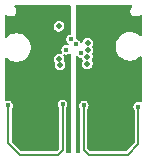
<source format=gbr>
%TF.GenerationSoftware,KiCad,Pcbnew,(6.0.2)*%
%TF.CreationDate,2022-10-21T03:28:24+03:00*%
%TF.ProjectId,Shield1,53686965-6c64-4312-9e6b-696361645f70,rev?*%
%TF.SameCoordinates,Original*%
%TF.FileFunction,Copper,L3,Inr*%
%TF.FilePolarity,Positive*%
%FSLAX46Y46*%
G04 Gerber Fmt 4.6, Leading zero omitted, Abs format (unit mm)*
G04 Created by KiCad (PCBNEW (6.0.2)) date 2022-10-21 03:28:24*
%MOMM*%
%LPD*%
G01*
G04 APERTURE LIST*
%TA.AperFunction,ViaPad*%
%ADD10C,0.400000*%
%TD*%
%TA.AperFunction,ViaPad*%
%ADD11C,0.500000*%
%TD*%
%TA.AperFunction,Conductor*%
%ADD12C,0.200000*%
%TD*%
G04 APERTURE END LIST*
D10*
%TO.N,GND1*%
X97250000Y-24200000D03*
X97250000Y-23600000D03*
X97250000Y-23600000D03*
X97250000Y-23000000D03*
%TO.N,GND2*%
X102750000Y-23550000D03*
X102750000Y-22950000D03*
X102750000Y-24150000D03*
D11*
%TO.N,VBUS1*%
X98800000Y-22000000D03*
X98800000Y-24800000D03*
X98882155Y-25282155D03*
%TO.N,VBUS2*%
X101200000Y-25200000D03*
X101200000Y-24600000D03*
X101225499Y-24000000D03*
X101225499Y-23400000D03*
D10*
%TO.N,D-*%
X99800000Y-23100000D03*
%TO.N,D+*%
X100200000Y-23500000D03*
%TO.N,RX*%
X105500000Y-28800000D03*
X100700000Y-24300000D03*
X100900000Y-28700000D03*
%TO.N,TX*%
X94500000Y-28700000D03*
X99400000Y-24000000D03*
X99100000Y-28600000D03*
%TD*%
D12*
%TO.N,RX*%
X100900000Y-32500000D02*
X101300000Y-32900000D01*
X101300000Y-32900000D02*
X104600000Y-32900000D01*
X100900000Y-28700000D02*
X100900000Y-32500000D01*
X104600000Y-32900000D02*
X105500000Y-32000000D01*
X105500000Y-32000000D02*
X105500000Y-28800000D01*
%TO.N,TX*%
X94500000Y-31900000D02*
X95500000Y-32900000D01*
X98700000Y-32900000D02*
X99100000Y-32500000D01*
X95500000Y-32900000D02*
X98700000Y-32900000D01*
X99100000Y-32500000D02*
X99100000Y-28600000D01*
X94500000Y-28700000D02*
X94500000Y-31900000D01*
%TD*%
%TA.AperFunction,Conductor*%
%TO.N,GND1*%
G36*
X99759187Y-20218907D02*
G01*
X99795151Y-20268407D01*
X99799996Y-20299001D01*
X99799961Y-22609961D01*
X99781053Y-22668152D01*
X99731552Y-22704115D01*
X99716448Y-22707741D01*
X99682391Y-22713135D01*
X99682390Y-22713135D01*
X99674696Y-22714354D01*
X99667757Y-22717890D01*
X99667756Y-22717890D01*
X99568597Y-22768414D01*
X99568595Y-22768415D01*
X99561658Y-22771950D01*
X99471950Y-22861658D01*
X99468415Y-22868595D01*
X99468414Y-22868597D01*
X99417890Y-22967756D01*
X99414354Y-22974696D01*
X99394508Y-23100000D01*
X99395727Y-23107697D01*
X99405904Y-23171950D01*
X99414354Y-23225304D01*
X99417890Y-23232243D01*
X99417890Y-23232244D01*
X99442711Y-23280957D01*
X99471950Y-23338342D01*
X99561658Y-23428050D01*
X99568597Y-23431586D01*
X99568742Y-23431691D01*
X99604706Y-23481191D01*
X99604707Y-23542376D01*
X99568743Y-23591876D01*
X99510553Y-23610784D01*
X99495069Y-23609565D01*
X99400000Y-23594508D01*
X99392303Y-23595727D01*
X99282391Y-23613135D01*
X99282390Y-23613135D01*
X99274696Y-23614354D01*
X99267757Y-23617890D01*
X99267756Y-23617890D01*
X99168597Y-23668414D01*
X99168595Y-23668415D01*
X99161658Y-23671950D01*
X99071950Y-23761658D01*
X99014354Y-23874696D01*
X99013135Y-23882390D01*
X99013135Y-23882391D01*
X99005519Y-23930478D01*
X98994508Y-24000000D01*
X99014354Y-24125304D01*
X99017890Y-24132243D01*
X99017890Y-24132244D01*
X99070795Y-24236075D01*
X99080366Y-24296507D01*
X99052589Y-24351023D01*
X98998072Y-24378801D01*
X98954219Y-24375869D01*
X98867273Y-24349866D01*
X98790644Y-24349398D01*
X98745282Y-24349121D01*
X98738231Y-24349078D01*
X98731454Y-24351015D01*
X98731453Y-24351015D01*
X98620935Y-24382601D01*
X98620933Y-24382602D01*
X98614155Y-24384539D01*
X98505019Y-24453399D01*
X98419596Y-24550122D01*
X98364754Y-24666932D01*
X98344901Y-24794440D01*
X98345816Y-24801437D01*
X98345816Y-24801438D01*
X98346717Y-24808327D01*
X98361633Y-24922394D01*
X98364471Y-24928845D01*
X98364472Y-24928847D01*
X98409685Y-25031601D01*
X98413605Y-25040510D01*
X98427513Y-25057056D01*
X98428512Y-25058244D01*
X98451482Y-25114954D01*
X98447831Y-25147122D01*
X98446909Y-25149087D01*
X98427056Y-25276595D01*
X98427971Y-25283592D01*
X98427971Y-25283593D01*
X98429237Y-25293275D01*
X98443788Y-25404549D01*
X98446626Y-25411000D01*
X98446627Y-25411002D01*
X98453613Y-25426879D01*
X98495760Y-25522665D01*
X98537277Y-25572056D01*
X98574255Y-25616047D01*
X98574258Y-25616049D01*
X98578794Y-25621446D01*
X98686215Y-25692951D01*
X98692943Y-25695053D01*
X98692945Y-25695054D01*
X98747801Y-25712192D01*
X98809388Y-25731433D01*
X98873899Y-25732615D01*
X98931357Y-25733669D01*
X98931359Y-25733669D01*
X98938410Y-25733798D01*
X98945213Y-25731943D01*
X98945215Y-25731943D01*
X98986983Y-25720555D01*
X99062910Y-25699855D01*
X99172879Y-25632334D01*
X99259477Y-25536662D01*
X99315743Y-25420530D01*
X99337152Y-25293275D01*
X99337288Y-25282155D01*
X99318994Y-25154414D01*
X99265583Y-25036943D01*
X99254668Y-25024275D01*
X99231007Y-24967853D01*
X99234339Y-24938501D01*
X99233588Y-24938375D01*
X99254363Y-24814891D01*
X99254363Y-24814886D01*
X99254997Y-24811120D01*
X99255133Y-24800000D01*
X99236839Y-24672259D01*
X99183428Y-24554788D01*
X99175059Y-24545075D01*
X99151400Y-24488649D01*
X99165425Y-24429093D01*
X99211778Y-24389155D01*
X99271798Y-24384169D01*
X99274696Y-24385646D01*
X99282395Y-24386865D01*
X99282397Y-24386866D01*
X99392303Y-24404273D01*
X99400000Y-24405492D01*
X99407697Y-24404273D01*
X99517609Y-24386865D01*
X99517610Y-24386865D01*
X99525304Y-24385646D01*
X99544493Y-24375869D01*
X99581823Y-24356848D01*
X99638342Y-24328050D01*
X99643191Y-24323201D01*
X99700935Y-24304440D01*
X99759125Y-24323349D01*
X99795088Y-24372849D01*
X99799933Y-24403442D01*
X99799926Y-24829988D01*
X99799807Y-32565896D01*
X99799806Y-32602487D01*
X99780898Y-32660677D01*
X99731397Y-32696640D01*
X99700791Y-32701485D01*
X99489271Y-32701453D01*
X99431083Y-32682537D01*
X99395127Y-32633031D01*
X99395136Y-32571846D01*
X99397287Y-32565896D01*
X99397294Y-32565867D01*
X99399883Y-32559378D01*
X99400500Y-32553085D01*
X99400500Y-32546916D01*
X99403175Y-32524057D01*
X99403230Y-32523827D01*
X99403230Y-32523825D01*
X99405340Y-32514934D01*
X99401404Y-32486012D01*
X99400500Y-32472663D01*
X99400500Y-28906356D01*
X99419406Y-28848167D01*
X99422543Y-28843849D01*
X99428050Y-28838342D01*
X99485646Y-28725304D01*
X99505492Y-28600000D01*
X99485646Y-28474696D01*
X99428050Y-28361658D01*
X99338342Y-28271950D01*
X99331405Y-28268415D01*
X99331403Y-28268414D01*
X99232244Y-28217890D01*
X99232243Y-28217890D01*
X99225304Y-28214354D01*
X99217610Y-28213135D01*
X99217609Y-28213135D01*
X99107697Y-28195727D01*
X99100000Y-28194508D01*
X99092303Y-28195727D01*
X98982391Y-28213135D01*
X98982390Y-28213135D01*
X98974696Y-28214354D01*
X98967757Y-28217890D01*
X98967756Y-28217890D01*
X98868597Y-28268414D01*
X98868595Y-28268415D01*
X98861658Y-28271950D01*
X98771950Y-28361658D01*
X98714354Y-28474696D01*
X98694508Y-28600000D01*
X98714354Y-28725304D01*
X98771950Y-28838342D01*
X98777457Y-28843849D01*
X98780594Y-28848167D01*
X98799500Y-28906356D01*
X98799500Y-32334521D01*
X98780593Y-32392712D01*
X98770504Y-32404525D01*
X98604525Y-32570504D01*
X98550008Y-32598281D01*
X98534521Y-32599500D01*
X95665480Y-32599500D01*
X95607289Y-32580593D01*
X95595476Y-32570504D01*
X94829496Y-31804525D01*
X94801719Y-31750008D01*
X94800500Y-31734521D01*
X94800500Y-29006356D01*
X94819406Y-28948167D01*
X94822543Y-28943849D01*
X94828050Y-28938342D01*
X94885646Y-28825304D01*
X94905492Y-28700000D01*
X94885646Y-28574696D01*
X94838614Y-28482391D01*
X94831586Y-28468597D01*
X94831585Y-28468595D01*
X94828050Y-28461658D01*
X94738342Y-28371950D01*
X94731405Y-28368415D01*
X94731403Y-28368414D01*
X94632244Y-28317890D01*
X94632243Y-28317890D01*
X94625304Y-28314354D01*
X94617610Y-28313135D01*
X94617609Y-28313135D01*
X94507697Y-28295727D01*
X94500000Y-28294508D01*
X94492303Y-28295727D01*
X94382391Y-28313135D01*
X94382390Y-28313135D01*
X94374696Y-28314354D01*
X94367758Y-28317889D01*
X94367752Y-28317891D01*
X94343944Y-28330022D01*
X94283512Y-28339593D01*
X94228996Y-28311815D01*
X94201219Y-28257298D01*
X94200000Y-28241812D01*
X94200000Y-24742990D01*
X94218907Y-24684799D01*
X94268407Y-24648835D01*
X94329593Y-24648835D01*
X94367129Y-24671167D01*
X94370090Y-24674543D01*
X94373657Y-24677355D01*
X94539795Y-24808327D01*
X94539798Y-24808329D01*
X94543360Y-24811137D01*
X94547378Y-24813251D01*
X94734609Y-24911759D01*
X94734612Y-24911760D01*
X94738620Y-24913869D01*
X94786857Y-24928847D01*
X94944994Y-24977950D01*
X94944997Y-24977951D01*
X94949333Y-24979297D01*
X94953843Y-24979831D01*
X94953844Y-24979831D01*
X94990936Y-24984221D01*
X95128476Y-25000500D01*
X95255970Y-25000500D01*
X95419711Y-24985454D01*
X95446319Y-24977950D01*
X95627689Y-24926799D01*
X95627690Y-24926798D01*
X95632064Y-24925565D01*
X95636136Y-24923557D01*
X95636141Y-24923555D01*
X95825875Y-24829988D01*
X95825874Y-24829988D01*
X95829947Y-24827980D01*
X96006733Y-24695967D01*
X96050301Y-24648835D01*
X96153423Y-24537279D01*
X96153424Y-24537278D01*
X96156501Y-24533949D01*
X96205035Y-24457028D01*
X96271815Y-24351187D01*
X96274236Y-24347350D01*
X96355994Y-24142421D01*
X96399038Y-23926024D01*
X96401926Y-23705406D01*
X96401157Y-23700928D01*
X96365332Y-23492435D01*
X96365330Y-23492429D01*
X96364562Y-23487957D01*
X96309366Y-23338342D01*
X96289769Y-23285220D01*
X96289768Y-23285217D01*
X96288196Y-23280957D01*
X96175386Y-23091341D01*
X96153208Y-23066051D01*
X96032902Y-22928869D01*
X96029910Y-22925457D01*
X95947087Y-22860165D01*
X95860205Y-22791673D01*
X95860202Y-22791671D01*
X95856640Y-22788863D01*
X95824494Y-22771950D01*
X95665391Y-22688241D01*
X95665388Y-22688240D01*
X95661380Y-22686131D01*
X95578126Y-22660280D01*
X95455006Y-22622050D01*
X95455003Y-22622049D01*
X95450667Y-22620703D01*
X95446157Y-22620169D01*
X95446156Y-22620169D01*
X95398647Y-22614546D01*
X95271524Y-22599500D01*
X95144030Y-22599500D01*
X94980289Y-22614546D01*
X94767936Y-22674435D01*
X94763864Y-22676443D01*
X94763859Y-22676445D01*
X94599753Y-22757373D01*
X94570053Y-22772020D01*
X94393267Y-22904033D01*
X94371696Y-22927368D01*
X94318314Y-22957263D01*
X94257552Y-22950071D01*
X94212623Y-22908538D01*
X94200000Y-22860165D01*
X94200000Y-21994440D01*
X98344901Y-21994440D01*
X98345816Y-22001437D01*
X98345816Y-22001438D01*
X98347082Y-22011120D01*
X98361633Y-22122394D01*
X98364471Y-22128845D01*
X98364472Y-22128847D01*
X98371458Y-22144724D01*
X98413605Y-22240510D01*
X98455122Y-22289900D01*
X98492100Y-22333892D01*
X98492103Y-22333894D01*
X98496639Y-22339291D01*
X98604060Y-22410796D01*
X98610788Y-22412898D01*
X98610790Y-22412899D01*
X98665646Y-22430037D01*
X98727233Y-22449278D01*
X98791744Y-22450460D01*
X98849202Y-22451514D01*
X98849204Y-22451514D01*
X98856255Y-22451643D01*
X98863058Y-22449788D01*
X98863060Y-22449788D01*
X98904828Y-22438400D01*
X98980755Y-22417700D01*
X99090724Y-22350179D01*
X99177322Y-22254507D01*
X99233588Y-22138375D01*
X99254997Y-22011120D01*
X99255133Y-22000000D01*
X99236839Y-21872259D01*
X99183428Y-21754788D01*
X99099193Y-21657028D01*
X99093276Y-21653193D01*
X99093274Y-21653191D01*
X98996824Y-21590677D01*
X98990906Y-21586841D01*
X98984150Y-21584821D01*
X98984149Y-21584820D01*
X98941335Y-21572016D01*
X98867273Y-21549866D01*
X98790644Y-21549398D01*
X98745282Y-21549121D01*
X98738231Y-21549078D01*
X98731454Y-21551015D01*
X98731453Y-21551015D01*
X98620935Y-21582601D01*
X98620933Y-21582602D01*
X98614155Y-21584539D01*
X98505019Y-21653399D01*
X98419596Y-21750122D01*
X98364754Y-21866932D01*
X98344901Y-21994440D01*
X94200000Y-21994440D01*
X94200000Y-21105704D01*
X94218907Y-21047513D01*
X94268407Y-21011549D01*
X94329593Y-21011549D01*
X94364534Y-21031500D01*
X94439029Y-21097291D01*
X94561025Y-21154568D01*
X94663346Y-21170500D01*
X94733782Y-21170500D01*
X94737273Y-21170000D01*
X94737274Y-21170000D01*
X94766992Y-21165744D01*
X94833412Y-21156232D01*
X94894755Y-21128341D01*
X94949676Y-21103370D01*
X94956098Y-21100450D01*
X95058197Y-21012475D01*
X95131501Y-20899382D01*
X95133521Y-20892627D01*
X95133523Y-20892623D01*
X95168095Y-20777020D01*
X95170117Y-20770259D01*
X95170940Y-20635489D01*
X95133905Y-20505905D01*
X95061988Y-20391924D01*
X95056706Y-20387259D01*
X95056700Y-20387252D01*
X95040792Y-20373203D01*
X95009692Y-20320511D01*
X95015504Y-20259602D01*
X95056007Y-20213742D01*
X95106327Y-20200000D01*
X99700996Y-20200000D01*
X99759187Y-20218907D01*
G37*
%TD.AperFunction*%
%TD*%
%TA.AperFunction,Conductor*%
%TO.N,GND2*%
G36*
X104951068Y-20218907D02*
G01*
X104987032Y-20268407D01*
X104987032Y-20329593D01*
X104957499Y-20374000D01*
X104947147Y-20382919D01*
X104947143Y-20382924D01*
X104941803Y-20387525D01*
X104868499Y-20500618D01*
X104866479Y-20507373D01*
X104866477Y-20507377D01*
X104833502Y-20617641D01*
X104829883Y-20629741D01*
X104829060Y-20764511D01*
X104866095Y-20894095D01*
X104938012Y-21008076D01*
X105039029Y-21097291D01*
X105161025Y-21154568D01*
X105263346Y-21170500D01*
X105333782Y-21170500D01*
X105337273Y-21170000D01*
X105337274Y-21170000D01*
X105366992Y-21165744D01*
X105433412Y-21156232D01*
X105494755Y-21128341D01*
X105549676Y-21103370D01*
X105556098Y-21100450D01*
X105561439Y-21095848D01*
X105561445Y-21095844D01*
X105636376Y-21031278D01*
X105692801Y-21007616D01*
X105752358Y-21021639D01*
X105792298Y-21067991D01*
X105800000Y-21106276D01*
X105800000Y-22757010D01*
X105781093Y-22815201D01*
X105731593Y-22851165D01*
X105670407Y-22851165D01*
X105632871Y-22828833D01*
X105629910Y-22825457D01*
X105616900Y-22815201D01*
X105460205Y-22691673D01*
X105460202Y-22691671D01*
X105456640Y-22688863D01*
X105424627Y-22672020D01*
X105265391Y-22588241D01*
X105265388Y-22588240D01*
X105261380Y-22586131D01*
X105178126Y-22560280D01*
X105055006Y-22522050D01*
X105055003Y-22522049D01*
X105050667Y-22520703D01*
X105046157Y-22520169D01*
X105046156Y-22520169D01*
X104998647Y-22514546D01*
X104871524Y-22499500D01*
X104744030Y-22499500D01*
X104580289Y-22514546D01*
X104367936Y-22574435D01*
X104363864Y-22576443D01*
X104363859Y-22576445D01*
X104199753Y-22657373D01*
X104170053Y-22672020D01*
X103993267Y-22804033D01*
X103990186Y-22807366D01*
X103859189Y-22949078D01*
X103843499Y-22966051D01*
X103841081Y-22969884D01*
X103841079Y-22969886D01*
X103786097Y-23057028D01*
X103725764Y-23152650D01*
X103644006Y-23357579D01*
X103600962Y-23573976D01*
X103599539Y-23682653D01*
X103598573Y-23756507D01*
X103598074Y-23794594D01*
X103598843Y-23799067D01*
X103598843Y-23799072D01*
X103634668Y-24007565D01*
X103634670Y-24007571D01*
X103635438Y-24012043D01*
X103653193Y-24060170D01*
X103695444Y-24174696D01*
X103711804Y-24219043D01*
X103824614Y-24408659D01*
X103827609Y-24412074D01*
X103827611Y-24412077D01*
X103886514Y-24479243D01*
X103970090Y-24574543D01*
X103973652Y-24577351D01*
X104139795Y-24708327D01*
X104139798Y-24708329D01*
X104143360Y-24711137D01*
X104147378Y-24713251D01*
X104334609Y-24811759D01*
X104334612Y-24811760D01*
X104338620Y-24813869D01*
X104403639Y-24834058D01*
X104544994Y-24877950D01*
X104544997Y-24877951D01*
X104549333Y-24879297D01*
X104553843Y-24879831D01*
X104553844Y-24879831D01*
X104590936Y-24884221D01*
X104728476Y-24900500D01*
X104855970Y-24900500D01*
X105019711Y-24885454D01*
X105153444Y-24847738D01*
X105227689Y-24826799D01*
X105227690Y-24826798D01*
X105232064Y-24825565D01*
X105236136Y-24823557D01*
X105236141Y-24823555D01*
X105425875Y-24729988D01*
X105425874Y-24729988D01*
X105429947Y-24727980D01*
X105606733Y-24595967D01*
X105628304Y-24572632D01*
X105681686Y-24542737D01*
X105742448Y-24549929D01*
X105787377Y-24591462D01*
X105800000Y-24639835D01*
X105800000Y-28341812D01*
X105781093Y-28400003D01*
X105731593Y-28435967D01*
X105670407Y-28435967D01*
X105656056Y-28430022D01*
X105632248Y-28417891D01*
X105632242Y-28417889D01*
X105625304Y-28414354D01*
X105617610Y-28413135D01*
X105617609Y-28413135D01*
X105507697Y-28395727D01*
X105500000Y-28394508D01*
X105492303Y-28395727D01*
X105382391Y-28413135D01*
X105382390Y-28413135D01*
X105374696Y-28414354D01*
X105367757Y-28417890D01*
X105367756Y-28417890D01*
X105268597Y-28468414D01*
X105268595Y-28468415D01*
X105261658Y-28471950D01*
X105171950Y-28561658D01*
X105168415Y-28568595D01*
X105168414Y-28568597D01*
X105161386Y-28582391D01*
X105114354Y-28674696D01*
X105094508Y-28800000D01*
X105114354Y-28925304D01*
X105171950Y-29038342D01*
X105177457Y-29043849D01*
X105180594Y-29048167D01*
X105199500Y-29106356D01*
X105199500Y-31834521D01*
X105180593Y-31892712D01*
X105170504Y-31904525D01*
X104504525Y-32570504D01*
X104450008Y-32598281D01*
X104434521Y-32599500D01*
X101465479Y-32599500D01*
X101407288Y-32580593D01*
X101395475Y-32570504D01*
X101229496Y-32404525D01*
X101201719Y-32350008D01*
X101200500Y-32334521D01*
X101200500Y-29006356D01*
X101219406Y-28948167D01*
X101222543Y-28943849D01*
X101228050Y-28938342D01*
X101285646Y-28825304D01*
X101305492Y-28700000D01*
X101285646Y-28574696D01*
X101228050Y-28461658D01*
X101138342Y-28371950D01*
X101131405Y-28368415D01*
X101131403Y-28368414D01*
X101032244Y-28317890D01*
X101032243Y-28317890D01*
X101025304Y-28314354D01*
X101017610Y-28313135D01*
X101017609Y-28313135D01*
X100907697Y-28295727D01*
X100900000Y-28294508D01*
X100892303Y-28295727D01*
X100782391Y-28313135D01*
X100782390Y-28313135D01*
X100774696Y-28314354D01*
X100767757Y-28317890D01*
X100767756Y-28317890D01*
X100668597Y-28368414D01*
X100668595Y-28368415D01*
X100661658Y-28371950D01*
X100571950Y-28461658D01*
X100514354Y-28574696D01*
X100494508Y-28700000D01*
X100514354Y-28825304D01*
X100571950Y-28938342D01*
X100577457Y-28943849D01*
X100580594Y-28948167D01*
X100599500Y-29006356D01*
X100599500Y-32446492D01*
X100599197Y-32450617D01*
X100597575Y-32455342D01*
X100597918Y-32464476D01*
X100599430Y-32504761D01*
X100599500Y-32508474D01*
X100599500Y-32527948D01*
X100600325Y-32532378D01*
X100600661Y-32537571D01*
X100601774Y-32567208D01*
X100605382Y-32575606D01*
X100606200Y-32579236D01*
X100600548Y-32640160D01*
X100560165Y-32686126D01*
X100509622Y-32700000D01*
X100299000Y-32700000D01*
X100240809Y-32681093D01*
X100204845Y-32631593D01*
X100200000Y-32601000D01*
X100200000Y-24604291D01*
X100218907Y-24546100D01*
X100268407Y-24510136D01*
X100329593Y-24510136D01*
X100370462Y-24539830D01*
X100371950Y-24538342D01*
X100461658Y-24628050D01*
X100468595Y-24631585D01*
X100468597Y-24631586D01*
X100484787Y-24639835D01*
X100574696Y-24685646D01*
X100582390Y-24686865D01*
X100582391Y-24686865D01*
X100700000Y-24705492D01*
X100699648Y-24707713D01*
X100747251Y-24723180D01*
X100779676Y-24763401D01*
X100813605Y-24840510D01*
X100818140Y-24845906D01*
X100819281Y-24847738D01*
X100833980Y-24907132D01*
X100819451Y-24950054D01*
X100819596Y-24950122D01*
X100764754Y-25066932D01*
X100744901Y-25194440D01*
X100745816Y-25201437D01*
X100745816Y-25201438D01*
X100747082Y-25211120D01*
X100761633Y-25322394D01*
X100764471Y-25328845D01*
X100764472Y-25328847D01*
X100771458Y-25344724D01*
X100813605Y-25440510D01*
X100855122Y-25489900D01*
X100892100Y-25533892D01*
X100892103Y-25533894D01*
X100896639Y-25539291D01*
X101004060Y-25610796D01*
X101010788Y-25612898D01*
X101010790Y-25612899D01*
X101065646Y-25630037D01*
X101127233Y-25649278D01*
X101191744Y-25650461D01*
X101249202Y-25651514D01*
X101249204Y-25651514D01*
X101256255Y-25651643D01*
X101263058Y-25649788D01*
X101263060Y-25649788D01*
X101304828Y-25638400D01*
X101380755Y-25617700D01*
X101490724Y-25550179D01*
X101577322Y-25454507D01*
X101633588Y-25338375D01*
X101654997Y-25211120D01*
X101655133Y-25200000D01*
X101636839Y-25072259D01*
X101583428Y-24954788D01*
X101580994Y-24951963D01*
X101565954Y-24894229D01*
X101579105Y-24855371D01*
X101577322Y-24854507D01*
X101630512Y-24744724D01*
X101630512Y-24744723D01*
X101633588Y-24738375D01*
X101654997Y-24611120D01*
X101655133Y-24600000D01*
X101636839Y-24472259D01*
X101586439Y-24361410D01*
X101579566Y-24300613D01*
X101594488Y-24265073D01*
X101598088Y-24259736D01*
X101602821Y-24254507D01*
X101659087Y-24138375D01*
X101673299Y-24053898D01*
X101679862Y-24014891D01*
X101679862Y-24014886D01*
X101680496Y-24011120D01*
X101680632Y-24000000D01*
X101662338Y-23872259D01*
X101608927Y-23754788D01*
X101606493Y-23751963D01*
X101591453Y-23694229D01*
X101604604Y-23655371D01*
X101602821Y-23654507D01*
X101656011Y-23544724D01*
X101656011Y-23544723D01*
X101659087Y-23538375D01*
X101680496Y-23411120D01*
X101680632Y-23400000D01*
X101662338Y-23272259D01*
X101616730Y-23171950D01*
X101611848Y-23161212D01*
X101611847Y-23161211D01*
X101608927Y-23154788D01*
X101524692Y-23057028D01*
X101518775Y-23053193D01*
X101518773Y-23053191D01*
X101448312Y-23007522D01*
X101416405Y-22986841D01*
X101409649Y-22984821D01*
X101409648Y-22984820D01*
X101359713Y-22969886D01*
X101292772Y-22949866D01*
X101216143Y-22949398D01*
X101170781Y-22949121D01*
X101163730Y-22949078D01*
X101156953Y-22951015D01*
X101156952Y-22951015D01*
X101046434Y-22982601D01*
X101046432Y-22982602D01*
X101039654Y-22984539D01*
X100930518Y-23053399D01*
X100845095Y-23150122D01*
X100790253Y-23266932D01*
X100776020Y-23358347D01*
X100748386Y-23412937D01*
X100693943Y-23440857D01*
X100633486Y-23431444D01*
X100590108Y-23388293D01*
X100586379Y-23379324D01*
X100585646Y-23374696D01*
X100537010Y-23279243D01*
X100531586Y-23268597D01*
X100531585Y-23268595D01*
X100528050Y-23261658D01*
X100438342Y-23171950D01*
X100431405Y-23168415D01*
X100431403Y-23168414D01*
X100332244Y-23117890D01*
X100332243Y-23117890D01*
X100325304Y-23114354D01*
X100317611Y-23113135D01*
X100317609Y-23113135D01*
X100283513Y-23107735D01*
X100228997Y-23079958D01*
X100201219Y-23025441D01*
X100200000Y-23009954D01*
X100200000Y-20299000D01*
X100218907Y-20240809D01*
X100268407Y-20204845D01*
X100299000Y-20200000D01*
X104892877Y-20200000D01*
X104951068Y-20218907D01*
G37*
%TD.AperFunction*%
%TD*%
M02*

</source>
